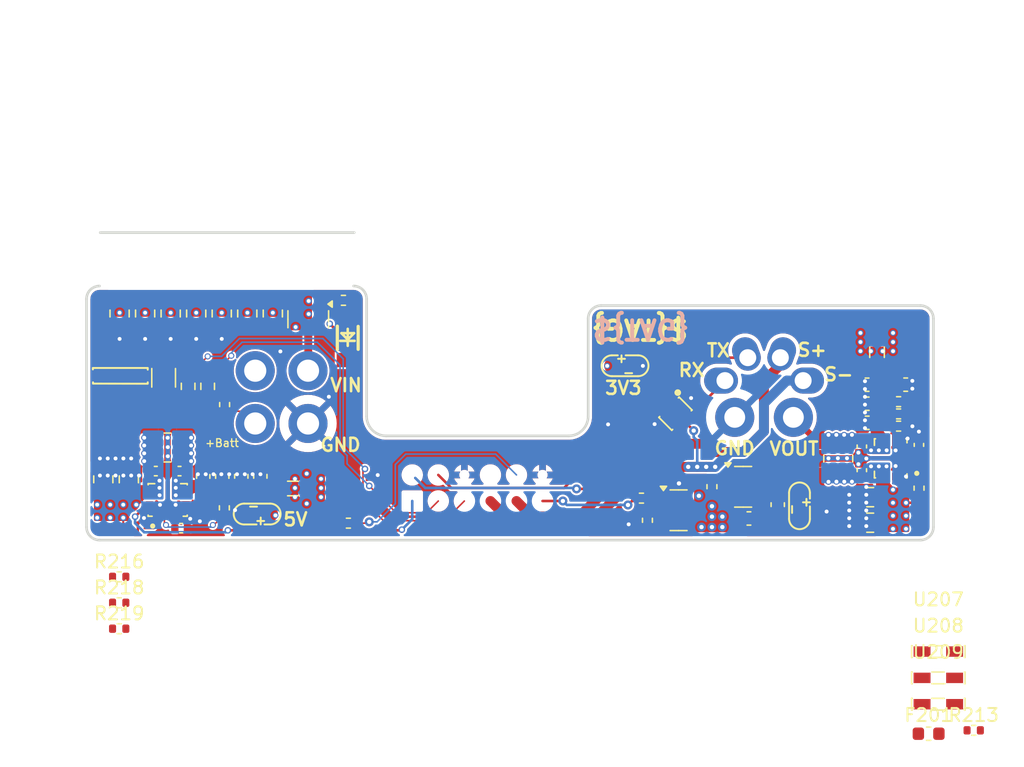
<source format=kicad_pcb>
(kicad_pcb (version 20240108) (generator "pcbnew") (generator_version "8.0")
  (layers (0 "F.Cu" signal "Front") (1 "In1.Cu" signal) (2 "In2.Cu" signal) (3 "In3.Cu" signal) (4 "In4.Cu" signal) (31 "B.Cu" signal "Back") (34 "B.Paste" user) (35 "F.Paste" user) (36 "B.SilkS" user "B.Silkscreen") (37 "F.SilkS" user "F.Silkscreen") (38 "B.Mask" user) (39 "F.Mask" user) (44 "Edge.Cuts" user))
  (net 0 "")
  (net 1 "GND")
  (net 2 "/Ch_GND")
  (net 3 "+3V3")
  (net 4 "+5V")
  (net 5 "VCC")
  (net 6 "/3V3_PHY")
  (net 7 "/3V3_L1")
  (net 8 "/3V3_L2")
  (net 9 "5V_EN")
  (net 10 "/VIN_PHY")
  (net 11 "SPEAKER_+")
  (net 12 "SPEAKER_-")
  (net 13 "OUT_TX")
  (net 14 "OUT_RX")
  (net 15 "VOUT")
  (net 16 "BATTERY_LV")
  (net 17 "BATTERY_HV")
  (net 18 "EN_PERIPH_POWER")
  (net 19 "/5V_PHY")
  (net 20 "/5V_L2")
  (net 21 "/5V_L1")
  (net 22 "Net-(U201-Vaux)")
  (net 23 "Net-(U202-Vaux)")
  (net 24 "Net-(D201-A)")
  (net 26 "Net-(Q202-G)")
  (net 27 "Net-(Q203-G)")
  (net 28 "Net-(U201-EN)")
  (net 29 "Net-(Q202-D)")
  (net 30 "/3V3_FB")
  (net 31 "/3V3_PG")
  (net 32 "POWER_SAVE_EN")
  (net 33 "/5V_PG")
  (net 34 "/BATT")
  (net 35 "/BATT_PHY")
  (net 36 "Net-(Q201-D)")
  (net 37 "Net-(R216-Pad2)")
  (net 38 "Net-(U202-FB)")
  (footprint "Capacitor_SMD:C_0603_1608Metric" (layer "F.Cu") (at 29.915 -6.465 180)
    (property "Reference" "C215" (hide yes))
    (property "Value" "22uF")
  )
  (footprint "cacophony-library:test-point-2p" (layer "F.Cu") (at -16.9 2)
    (property "Reference" "TP203" (hide yes))
    (property "Value" "TestPoint_2Pole")
  )
  (footprint "Capacitor_SMD:C_0603_1608Metric" (layer "F.Cu") (at 23.05 1.28 -90)
    (property "Reference" "C209" (hide yes))
    (property "Value" "10uF")
  )
  (footprint "Capacitor_SMD:C_0805_2012Metric" (layer "F.Cu") (at -23.54 -13.39 -90)
    (property "Reference" "C204" (hide yes))
    (property "Value" "22uF")
  )
  (footprint "cacophony-library:jcon-2+4pin-m16" (layer "F.Cu") (at 22 -7)
    (property "Reference" "J202" (hide yes))
    (property "Value" "JCON_M16_2+4Pin")
  )
  (footprint "Resistor_SMD:R_0402_1005Metric" (layer "F.Cu") (at 18 -0.1 -90)
    (property "Reference" "R204" (hide yes))
    (property "Value" "100k")
  )
  (footprint "cacophony-library:TPS63070" (layer "F.Cu") (at -23.77 0.92 90)
    (property "Reference" "U202" (hide yes))
    (property "Value" "TPS63071")
  )
  (footprint "cacophony-library:jcon-4pin_m16" (layer "F.Cu") (at -15.025 -6.975 90)
    (property "Reference" "J201" (hide yes))
    (property "Value" "JCON_M16_04Pin")
  )
  (footprint "Capacitor_SMD:C_0603_1608Metric" (layer "F.Cu") (at -19.58 -0.885 90)
    (property "Reference" "C224" (hide yes))
    (property "Value" "22uF")
  )
  (footprint "Resistor_SMD:R_0402_1005Metric" (layer "F.Cu") (at -27.49 10.8)
    (property "Reference" "R219")
    (property "Value" "100k")
  )
  (footprint "cacophony-library:LL-34_L3.5-W1.5-RD" (layer "F.Cu") (at -9.95 -11.52 90)
    (property "Reference" "D201" (hide yes))
    (property "Value" "D_Zener")
  )
  (footprint "Resistor_SMD:R_0603_1608Metric" (layer "F.Cu") (at -20.7 -7.8 90)
    (property "Reference" "R202" (hide yes))
    (property "Value" "1M")
  )
  (footprint "Capacitor_SMD:C_0603_1608Metric" (layer "F.Cu") (at 20.84 2.34)
    (property "Reference" "C208" (hide yes))
    (property "Value" "10uF")
  )
  (footprint "cacophony-library:test-point-2p" (layer "F.Cu") (at 11.33 -9.38 180)
    (property "Reference" "TP202" (hide yes))
    (property "Value" "TestPoint_2Pole")
  )
  (footprint "Resistor_SMD:R_0402_1005Metric" (layer "F.Cu") (at 33.895 0.015 90)
    (property "Reference" "R208" (hide yes))
    (property "Value" "10k")
  )
  (footprint "Capacitor_SMD:C_0603_1608Metric" (layer "F.Cu") (at 32.87 -7.93)
    (property "Reference" "C217" (hide yes))
    (property "Value" "22uF")
  )
  (footprint "Capacitor_SMD:C_0805_2012Metric" (layer "F.Cu") (at 30.145 2.665 180)
    (property "Reference" "C210" (hide yes))
    (property "Value" "22uF")
  )
  (footprint "PCM_kikit:Tab" (layer "F.Cu") (at 35.3 -5 180)
    (property "Reference" "REF**" (hide yes))
    (property "Value" "Tab")
  )
  (footprint "Inductor_SMD:L_0805_2012Metric" (layer "F.Cu") (at 30.67 -10.42 90)
    (property "Reference" "FB201" (hide yes))
    (property "Value" "FerriteBead")
  )
  (footprint "PCM_kikit:Tab" (layer "F.Cu") (at 19 4.3 90)
    (property "Reference" "REF**" (hide yes))
    (property "Value" "Tab")
  )
  (footprint "cacophony-library:CONN-SMD_L3.9-W0.8" (layer "F.Cu") (at 35.375 16.595)
    (property "Reference" "U209")
    (property "Value" "ICSRC3908SFR")
  )
  (footprint "cacophony-library:CONN-SMD_L3.9-W0.8" (layer "F.Cu") (at 35.375 14.575)
    (property "Reference" "U208")
    (property "Value" "ICSRC3908SFR")
  )
  (footprint "Resistor_SMD:R_0402_1005Metric" (layer "F.Cu") (at 13.05 2.48 90)
    (property "Reference" "R206" (hide yes))
    (property "Value" "100k")
  )
  (footprint "Capacitor_SMD:C_1206_3216Metric" (layer "F.Cu") (at -24.08 -8.455 90)
    (property "Reference" "C228" (hide yes))
    (property "Value" "1uF")
  )
  (footprint "PCM_kikit:Tab" (layer "F.Cu") (at -30.29 -6.1)
    (property "Reference" "REF**" (hide yes))
    (property "Value" "Tab")
  )
  (footprint "Capacitor_SMD:C_0402_1005Metric" (layer "F.Cu") (at 29.505 -3.185 -90)
    (property "Reference" "C213" (hide yes))
    (property "Value" "10uF")
  )
  (footprint "Inductor_SMD:L_1008_2520Metric" (layer "F.Cu") (at 27.695 -2.26 90)
    (property "Reference" "L201" (hide yes))
    (property "Value" "1.5uH")
  )
  (footprint "Capacitor_SMD:C_0805_2012Metric" (layer "F.Cu") (at -15.7 -13.39 -90)
    (property "Reference" "C201" (hide yes))
    (property "Value" "22uF")
  )
  (footprint "PCM_kikit:Tab" (layer "F.Cu") (at -1 4.3 90)
    (property "Reference" "REF**" (hide yes))
    (property "Value" "Tab")
  )
  (footprint "Capacitor_SMD:C_0402_1005Metric" (layer "F.Cu") (at -22.74 3.085)
    (property "Reference" "C227" (hide yes))
    (property "Value" "100nF")
  )
  (footprint "Package_TO_SOT_SMD:SOT-23" (layer "F.Cu") (at 15.44 1.71)
    (property "Reference" "Q203" (hide yes))
    (property "Value" "AO3400A")
  )
  (footprint "Fuse:Fuse_0603_1608Metric" (layer "F.Cu") (at 34.63 18.86)
    (property "Reference" "F201")
    (property "Value" "2A")
  )
  (footprint "Capacitor_SMD:C_0805_2012Metric" (layer "F.Cu") (at -28.71 -0.665 90)
    (property "Reference" "C219" (hide yes))
    (property "Value" "22uF")
  )
  (footprint "Resistor_SMD:R_0402_1005Metric" (layer "F.Cu") (at 12.59 0.78)
    (property "Reference" "R205" (hide yes))
    (property "Value" "1k")
  )
  (footprint "Resistor_SMD:R_0402_1005Metric" (layer "F.Cu") (at -9.9 2.7 180)
    (property "Reference" "R211" (hide yes))
    (property "Value" "100k")
  )
  (footprint "Capacitor_SMD:C_0805_2012Metric" (layer "F.Cu") (at 30.145 0.705 180)
    (property "Reference" "C211" (hide yes))
    (property "Value" "22uF")
  )
  (footprint "Resistor_SMD:R_0402_1005Metric" (layer "F.Cu") (at 32.325 -5.685)
    (property "Reference" "R207" (hide yes))
    (property "Value" "470k")
  )
  (footprint "Capacitor_SMD:C_0805_2012Metric" (layer "F.Cu") (at -26.75 -0.665 90)
    (property "Reference" "C220" (hide yes))
    (property "Value" "22uF")
  )
  (footprint "Capacitor_SMD:C_0805_2012Metric" (layer "F.Cu") (at -21.58 -13.39 -90)
    (property "Reference" "C203" (hide yes))
    (property "Value" "22uF")
  )
  (footprint "Resistor_SMD:R_0402_1005Metric" (layer "F.Cu") (at -27.49 8.81)
    (property "Reference" "R218")
    (property "Value" "68k")
  )
  (footprint "cacophony-library:test-point-2p" (layer "F.Cu") (at 24.72 1.37 90)
    (property "Reference" "TP201" (hide yes))
    (property "Value" "TestPoint_2Pole")
  )
  (footprint "Capacitor_SMD:C_0805_2012Metric" (layer "F.Cu") (at -19.62 -13.39 -90)
    (property "Reference" "C202" (hide yes))
    (property "Value" "22uF")
  )
  (footprint "Capacitor_SMD:C_0805_2012Metric" (layer "F.Cu") (at -17.66 -13.39 -90)
    (property "Reference" "C206" (hide yes))
    (property "Value" "22uF")
  )
  (footprint "PCM_kikit:Tab" (layer "F.Cu") (at 15.17 -14.3 -90)
    (property "Reference" "REF**" (hide yes))
    (property "Value" "Tab")
  )
  (footprint "PCM_kikit:Tab" (layer "F.Cu") (at -18 4.3 90)
    (property "Reference" "REF**" (hide yes))
    (property "Value" "Tab")
  )
  (footprint "Capacitor_SMD:C_0805_2012Metric" (layer "F.Cu") (at -27.46 -13.39 -90)
    (property "Reference" "C207" (hide yes))
    (property "Value" "22uF")
  )
  (footprint "Package_TO_SOT_SMD:SOT-23" (layer "F.Cu") (at -12.98 -12.95 -90)
    (property "Reference" "Q201" (hide yes))
    (property "Value" "Q_PMOS_GSD")
  )
  (footprint "cacophony-library:CONN-SMD_L3.9-W0.8" (layer "F.Cu") (at -27.4 -8.6)
    (property "Reference" "U203" (hide yes))
    (property "Value" "ICSRC3908SFR")
  )
  (footprint "Resistor_SMD:R_0402_1005Metric" (layer "F.Cu") (at -19.4 -6.4 -90)
    (property "Reference" "R217" (hide yes))
    (property "Value" "180R")
  )
  (footprint "Resistor_SMD:R_0402_1005Metric" (layer "F.Cu") (at -10.28 -14.4)
    (property "Reference" "R201" (hide yes))
    (property "Value" "100k")
  )
  (footprint "Resistor_SMD:R_0402_1005Metric" (layer "F.Cu") (at -27.49 6.82)
    (property "Reference" "R216")
    (property "Value" "470k")
  )
  (footprint "Inductor_SMD:L_0805_2012Metric" (layer "F.Cu") (at -14.1675 0.04)
    (property "Reference" "FB202" (hide yes))
    (property "Value" "FerriteBead")
  )
  (footprint "Resistor_SMD:R_0603_1608Metric" (layer "F.Cu") (at -22.2 -7.8 90)
    (property "Reference" "R203" (hide yes))
    (property "Value" "1M")
  )
  (footprint "Resistor_SMD:R_0402_1005Metric" (layer "F.Cu") (at 38.09 18.6)
    (property "Reference" "R213")
    (property "Value" "100k")
  )
  (footprint "cacophony-library:TPS63070" (layer "F.Cu") (at 31.72 -2.275 180)
    (property "Reference" "U201" (hide yes))
    (property "Value" "TPS63070RNMR")
  )
  (footprint "cacophony-library:SOT-363_L2.0-W1.3-P0.65-LS2.1-BR" (layer "F.Cu") (at 15.2 -5.7 135)
    (property "Reference" "D202" (hide yes))
    (property "Value" "SMF05CT1G")
  )
  (footprint "Capacitor_SMD:C_0402_1005Metric" (layer "F.Cu") (at -24.68 -1.295)
    (property "Reference" "C221" (hide yes))
    (property "Value" "2.2uF")
  )
  (footprint "Capacitor_SMD:C_0402_1005Metric" (layer "F.Cu") (at -22.86 -1.295 180)
    (property "Reference" "C222" (hide yes))
    (property "Value" "10uF")
  )
  (footprint "Capacitor_SMD:C_0603_1608Metric" (layer "F.Cu") (at -21.04 -0.885 90)
    (property "Reference" "C223" (hide yes))
    (property "Value" "22uF")
  )
  (footprint "Capacitor_SMD:C_0402_1005Metric" (layer "F.Cu") (at 29.505 -1.365 90)
    (property "Reference" "C212" (hide yes))
    (property "Value" "2.2uF")
  )
  (footprint "Capacitor_SMD:C_0603_1608Metric" (layer "F.Cu") (at -18.12 -0.895 90)
    (property "Reference" "C225" (hide yes))
    (property "Value" "22uF")
  )
  (footprint "Package_TO_SOT_SMD:SOT-23" (layer "F.Cu") (at 20.395 -0.09)
    (property "Reference" "Q202" (hide yes))
    (property "Value" "Q_PMOS_GSD")
  )
  (footprint "Resistor_SMD:R_0402_1005Metric" (layer "F.Cu") (at 32.325 -6.625)
    (property "Reference" "R210" (hide yes))
    (property "Value" "100k")
  )
  (footprint "Inductor_SMD:L_1008_2520Metric" (layer "F.Cu") (at -23.785 -3.105)
    (property "Reference" "L202" (hide yes))
    (property "Value" "1.5uH")
  )
  (footprint "Capacitor_SMD:C_0603_1608Metric" (layer "F.Cu") (at 29.905 -7.925 180)
    (property "Reference" "C216" (hide yes))
    (property "Value" "22uF")
  )
  (footprint "cacophony-library:CONN-SMD_L3.9-W0.8" (layer "F.Cu") (at 35.375 12.555)
    (property "Reference" "U207")
    (property "Value" "ICSRC3908SFR")
  )
  (footprint "Capacitor_SMD:C_0603_1608Metric" (layer "F.Cu") (at -16.66 -0.895 90)
    (property "Reference" "C226" (hide yes))
    (property "Value" "22uF")
  )
  (footprint "Capacitor_SMD:C_0805_2012Metric" (layer "F.Cu") (at -25.5 -13.39 -90)
    (property "Reference" "C205" (hide yes))
    (property "Value" "22uF")
  )
  (footprint "Resistor_SMD:R_0402_1005Metric" (layer "F.Cu") (at -19.42 1.525 -90)
    (property "Reference" "R215" (hide yes))
    (property "Value" "100k")
  )
  (footprint "Capacitor_SMD:C_0402_1005Metric" (layer "F.Cu") (at 33.885 -3.305 90)
    (property "Reference" "C218" (hide yes))
    (property "Value" "100nF")
  )
  (footprint "Resistor_SMD:R_0402_1005Metric" (layer "F.Cu") (at 32.325 -4.745)
    (property "Reference" "R209" (hide yes))
    (property "Value" "150k")
  )
  (footprint "PCM_kikit:Tab" (layer "F.Cu") (at -17.711 -15.5 -90)
    (property "Reference" "REF**" (hide yes))
    (property "Value" "Tab")
  )
  (footprint "Capacitor_SMD:C_0603_1608Metric" (layer "F.Cu") (at 29.915 -5.005 180)
    (property "Reference" "C214" (hide yes))
    (property "Value" "22uF")
  )
  (gr_line (start -28.95 -19.6) (end -9.45 -19.6) (stroke (width 0.2)) (layer "Edge.Cuts"))
  (gr_line (start 35 -13) (end 35 3) (stroke (width 0.2)) (layer "Edge.Cuts"))
  (gr_arc (start 8.5 -5.5) (mid 8.06066 -4.43934) (end 7 -4) (stroke (width 0.2)) (layer "Edge.Cuts"))
  (gr_line (start -30 3) (end -30 -14.5) (stroke (width 0.2)) (layer "Edge.Cuts"))
  (gr_arc (start -30 -14.5) (mid -29.707107 -15.207107) (end -29 -15.5) (stroke (width 0.2)) (layer "Edge.Cuts"))
  (gr_line (start 34 4) (end -29 4) (stroke (width 0.2)) (layer "Edge.Cuts"))
  (gr_line (start -7 -4) (end 7 -4) (stroke (width 0.2)) (layer "Edge.Cuts"))
  (gr_arc (start -29 4) (mid -29.707107 3.707107) (end -30 3) (stroke (width 0.2)) (layer "Edge.Cuts"))
  (gr_arc (start 35 3) (mid 34.707107 3.707107) (end 34 4) (stroke (width 0.2)) (layer "Edge.Cuts"))
  (gr_arc (start -9.5 -15.5) (mid -8.792893 -15.207107) (end -8.5 -14.5) (stroke (width 0.2)) (layer "Edge.Cuts"))
  (gr_line (start 9.5 -14) (end 34 -14) (stroke (width 0.2)) (layer "Edge.Cuts"))
  (gr_line (start 8.5 -5.5) (end 8.5 -13) (stroke (width 0.2)) (layer "Edge.Cuts"))
  (gr_line (start -8.5 -14.5) (end -8.5 -5.5) (stroke (width 0.2)) (layer "Edge.Cuts"))
  (gr_arc (start -7 -4) (mid -8.06066 -4.43934) (end -8.5 -5.5) (stroke (width 0.2)) (layer "Edge.Cuts"))
  (gr_arc (start 8.5 -13) (mid 8.792893 -13.707107) (end 9.5 -14) (stroke (width 0.2)) (layer "Edge.Cuts"))
  (gr_arc (start 34 -14) (mid 34.707107 -13.707107) (end 35 -13) (stroke (width 0.2)) (layer "Edge.Cuts"))
  (gr_text "${TAG}" (at 8.68 -13.07 180) (layer "B.SilkS") (effects (font (size 1.5 1.5) (thickness 0.3) (bold yes)) (justify left bottom mirror)))
  (gr_text "S-\n" (at 26.5 -8.13 0) (layer "F.SilkS") (effects (font (size 1 1) (thickness 0.2) (bold yes)) (justify left bottom)))
  (gr_text "${TAG}" (at 8.58 -13.06 180) (layer "F.SilkS") (effects (font (size 1.5 1.5) (thickness 0.3) (bold yes)) (justify right bottom)))
  (gr_text "GND" (at 18.09 -2.46 0) (layer "F.SilkS") (effects (font (size 1 1) (thickness 0.2) (bold yes)) (justify left bottom)))
  (gr_text "TX" (at 17.5 -9.97 0) (layer "F.SilkS") (effects (font (size 1 1) (thickness 0.2) (bold yes)) (justify left bottom)))
  (gr_text "+Batt" (at -20.95 -3.1 0) (layer "F.SilkS") (effects (font (size 0.6 0.6) (thickness 0.1) (bold yes)) (justify left bottom)))
  (gr_text "GND" (at -12.16 -2.72 0) (layer "F.SilkS") (effects (font (size 1 1) (thickness 0.2) (bold yes)) (justify left bottom)))
  (gr_text "VOUT" (at 22.31 -2.43 0) (layer "F.SilkS") (effects (font (size 1 1) (thickness 0.2) (bold yes)) (justify left bottom)))
  (gr_text "VIN" (at -11.4 -7.3 0) (layer "F.SilkS") (effects (font (size 1 1) (thickness 0.2) (bold yes)) (justify left bottom)))
  (gr_text "5V" (at -15 3 0) (layer "F.SilkS") (effects (font (size 1 1) (thickness 0.2) (bold yes)) (justify left bottom)))
  (gr_text "3V3" (at 9.69 -7.09 0) (layer "F.SilkS") (effects (font (size 1 1) (thickness 0.2) (bold yes)) (justify left bottom)))
  (gr_text "S+" (at 24.46 -10.01 0) (layer "F.SilkS") (effects (font (size 1 1) (thickness 0.2) (bold yes)) (justify left bottom)))
  (gr_text "RX" (at 15.33 -8.46 0) (layer "F.SilkS") (effects (font (size 1 1) (thickness 0.2) (bold yes)) (justify left bottom)))
  (segment (start -25.17 1.885) (end -25.59 2.305) (width 0.2) (layer "F.Cu") (net 1))
  (segment (start 32.87 -3.025) (end 32.87 -3.37) (width 0.15) (layer "F.Cu") (net 1))
  (segment (start -25.17 1.645) (end -25.17 1.885) (width 0.2) (layer "F.Cu") (net 1))
  (segment (start -21.3 2.035) (end -21.3 2.555002) (width 0.15) (layer "F.Cu") (net 1))
  (segment (start 31.945 -3.035) (end 32.095 -2.885) (width 0.15) (layer "F.Cu") (net 1))
  (segment (start 32.87 -3.37) (end 33.015 -3.515) (width 0.15) (layer "F.Cu") (net 1))
  (segment (start 32.885 -0.875) (end 32.895 -0.885) (width 0.15) (layer "F.Cu") (net 1))
  (segment (start 32.445 -0.875) (end 32.885 -0.875) (width 0.15) (layer "F.Cu") (net 1))
  (segment (start 33.015 -3.515) (end 33.015 -3.795) (width 0.15) (layer "F.Cu") (net 1))
  (segment (start 14.563604 -6.336396) (end 14.9 -6) (width 0.4) (layer "F.Cu") (net 1))
  (segment (start 32.835 -4.745) (end 33.374998 -4.745) (width 0.15) (layer "F.Cu") (net 1))
  (segment (start -23.01 1.145) (end -23.16 1.295) (width 0.15) (layer "F.Cu") (net 1))
  (segment (start -22.37 1.145) (end -23.01 1.145) (width 0.15) (layer "F.Cu") (net 1))
  (segment (start 31.945 -3.675) (end 31.945 -3.035) (width 0.15) (layer "F.Cu") (net 1))
  (segment (start -22.325 2.07) (end -22.04 2.355) (width 0.15) (layer "F.Cu") (net 1))
  (segment (start 14.9 -6) (end 15 -5.9) (width 0.4) (layer "F.Cu") (net 1))
  (segment (start -22.04 2.355) (end -22.04 2.365) (width 0.15) (layer "F.Cu") (net 1))
  (segment (start -23.02 2.07) (end -22.325 2.07) (width 0.15) (layer "F.Cu") (net 1))
  (segment (start -22.26 2.585) (end -22.04 2.365) (width 0.2) (layer "F.Cu") (net 1))
  (segment (start 33.885 -3.785) (end 33.885 -4.325) (width 0.15) (layer "F.Cu") (net 1))
  (segment (start 33.374998 -4.745) (end 33.384998 -4.735) (width 0.15) (layer "F.Cu") (net 1))
  (segment (start -22.26 3.085) (end -22.26 2.585) (width 0.2) (layer "F.Cu") (net 1))
  (via (at -11.4 -7) (size 0.46) (drill 0.3) (layers "F.Cu" "B.Cu") (net 1))
  (via (at 33.38 -7.62) (size 0.46) (drill 0.3) (layers "F.Cu" "B.Cu") (net 1))
  (via (at 33.015 -3.795) (size 0.5) (drill 0.3) (layers "F.Cu" "B.Cu") (net 1))
  (via (at -25.5 -11.44) (size 0.5) (drill 0.3) (layers "F.Cu" "B.Cu") (net 1))
  (via (at 29.745 -6.395) (size 0.46) (drill 0.3) (layers "F.Cu" "B.Cu") (net 1))
  (via (at -21.45 -1.055) (size 0.46) (drill 0.3) (layers "F.Cu" "B.Cu") (net 1))
  (via (at -21.58 -11.44) (size 0.5) (drill 0.3) (layers "F.Cu" "B.Cu") (net 1))
  (via (at -27.46 -11.44) (size 0.5) (drill 0.3) (layers "F.Cu" "B.Cu") (net 1))
  (via (at 10.03 -4.88) (size 0.5) (drill 0.3) (layers "F.Cu" "B.Cu") (net 1))
  (via (at -28.37 -2.265) (size 0.46) (drill 0.3) (layers "F.Cu" "B.Cu") (net 1))
  (via (at 29.745 -5.795) (size 0.46) (drill 0.3) (layers "F.Cu" "B.Cu") (net 1))
  (via (at -17.25 -1.055) (size 0.46) (drill 0.3) (layers "F.Cu" "B.Cu") (net 1))
  (via (at 16.4 -6.9) (size 0.5) (drill 0.3) (layers "F.Cu" "B.Cu") (net 1))
  (via (at -24.36 1.295) (size 0.46) (drill 0.3) (layers "F.Cu" "B.Cu") (net 1))
  (via (at -23.77 -3.855) (size 0.46) (drill 0.3) (layers "F.Cu" "B.Cu") (net 1))
  (via (at -26.57 -0.955) (size 0.46) (drill 0.3) (layers "F.Cu" "B.Cu") (net 1))
  (via (at 28.365 -2.285) (size 0.46) (drill 0.3) (layers "F.Cu" "B.Cu") (net 1))
  (via (at 26.945 -2.275) (size 0.46) (drill 0.3) (layers "F.Cu" "B.Cu") (net 1))
  (via (at -20.85 -1.055) (size 0.46) (drill 0.3) (layers "F.Cu" "B.Cu") (net 1))
  (via (at 33.384998 -4.735) (size 0.5) (drill 0.3) (layers "F.Cu" "B.Cu") (net 1))
  (via (at -21.3 2.555002) (size 0.5) (drill 0.3) (layers "F.Cu" "B.Cu") (net 1))
  (via (at -20.25 -1.055) (size 0.46) (drill 0.3) (layers "F.Cu" "B.Cu") (net 1))
  (via (at 29.845 1.725) (size 0.46) (drill 0.3) (layers "F.Cu" "B.Cu") (net 1))
  (via (at 13.6 -4.9) (size 0.5) (drill 0.3) (layers "F.Cu" "B.Cu") (net 1))
  (via (at -19.65 -1.055) (size 0.46) (drill 0.3) (layers "F.Cu" "B.Cu") (net 1))
  (via (at 29.745 -8.195) (size 0.46) (drill 0.3) (layers "F.Cu" "B.Cu") (net 1))
  (via (at 12.7 -9.37) (size 0.46) (drill 0.3) (layers "F.Cu" "B.Cu") (net 1))
  (via (at 28.535 1.725) (size 0.46) (drill 0.3) (layers "F.Cu" "B.Cu") (net 1))
  (via (at 29.745 -5.195) (size 0.46) (drill 0.3) (layers "F.Cu" "B.Cu") (net 1))
  (via (at -18.6 1.7) (size 0.5) (drill 0.3) (layers "F.Cu" "B.Cu") (net 1))
  (via (at 29.85 -2.26) (size 0.46) (drill 0.3) (layers "F.Cu" "B.Cu") (net 1))
  (via (at -28.97 -0.955) (size 0.46) (drill 0.3) (layers "F.Cu" "B.Cu") (net 1))
  (via (at -17.85 -1.055) (size 0.46) (drill 0.3) (layers "F.Cu" "B.Cu") (net 1))
  (via (at 29.845 1.125) (size 0.46) (drill 0.3) (layers "F.Cu" "B.Cu") (net 1))
  (via (at -27.77 -2.265) (size 0.46) (drill 0.3) (layers "F.Cu" "B.Cu") (net 1))
  (via (at -28.37 -0.955) (size 0.46) (drill 0.3) (layers "F.Cu" "B.Cu") (net 1))
  (via (at -25.59 2.305) (size 0.5) (drill 0.3) (layers "F.Cu" "B.Cu") (net 1))
  (via (at 11.61 2.79) (size 0.5) (drill 0.3) (layers "F.Cu" "B.Cu") (net 1))
  (via (at 32.895 -0.885) (size 0.5) (drill 0.3) (layers "F.Cu" "B.Cu") (net 1))
  (via (at 29.745 -4.595) (size 0.46) (drill 0.3) (layers "F.Cu" "B.Cu") (net 1))
  (via (at 29.24 -1.83) (size 0.46) (drill 0.3) (layers "F.Cu" "B.Cu") (net 1))
  (via (at 33.885 -4.325) (size 0.5) (drill 0.3) (layers "F.Cu" "B.Cu") (net 1))
  (via (at 29.845 2.925) (size 0.46) (drill 0.3) (layers "F.Cu" "B.Cu") (net 1))
  (via (at -26.57 -2.265) (size 0.46) (drill 0.3) (layers "F.Cu" "B.Cu") (net 1))
  (via (at 27.665 -2.285) (size 0.46) (drill 0.3) (layers "F.Cu" "B.Cu") (net 1))
  (via (at -16.65 -1.055) (size 0.46) (drill 0.3) (layers "F.Cu" "B.Cu") (net 1))
  (via (at -23.76 -3.135) (size 0.46) (drill 0.3) (layers "F.Cu" "B.Cu") (net 1))
  (via (at 29.24 -2.71) (size 0.46) (drill 0.3) (layers "F.Cu" "B.Cu") (net 1))
  (via (at 33.38 -8.22) (size 0.46) (drill 0.3) (layers "F.Cu" "B.Cu") (net 1))
  (via (at 29.845 2.325) (size 0.46) (drill 0.3) (layers "F.Cu" "B.Cu") (net 1))
  (via (at 29.845 -0.075) (size 0.46) (drill 0.3) (layers "F.Cu" "B.Cu") (net 1))
  (via (at -15.12 -10.48) (size 0.46) (drill 0.3) (layers "F.Cu" "B.Cu") (net 1))
  (via (at 29.745 -7.595) (size 0.46) (drill 0.3) (layers "F.Cu" "B.Cu") (net 1))
  (via (at 32.095 -2.885) (size 0.46) (drill 0.3) (layers "F.Cu" "B.Cu") (net 1))
  (via (at -19.62 -11.44) (size 0.5) (drill 0.3) (layers "F.Cu" "B.Cu") (net 1))
  (via (at -25.97 -0.955) (size 0.46) (drill 0.3) (layers "F.Cu" "B.Cu") (net 1))
  (via (at -23.16 1.295) (size 0.46) (drill 0.3) (layers "F.Cu" "B.Cu") (net 1))
  (via (at 26.8 1.81) (size 0.5) (drill 0.3) (layers "F.Cu" "B.Cu") (net 1))
  (via (at -23.54 -11.44) (size 0.5) (drill 0.3) (layers "F.Cu" "B.Cu") (net 1))
  (via (at -18.45 -1.055) (size 0.46) (drill 0.3) (layers "F.Cu" "B.Cu") (net 1))
  (via (at 15.47 -0.35) (size 0.6858) (drill 0.3302) (layers "F.Cu" "B.Cu") (net 1))
  (via (at 29.845 0.525) (size 0.46) (drill 0.3) (layers "F.Cu" "B.Cu") (net 1))
  (via (at -27.17 -2.265) (size 0.46) (drill 0.3) (layers "F.Cu" "B.Cu") (net 1))
  (via (at 28.535 0.525) (size 0.46) (drill 0.3) (layers "F.Cu" "B.Cu") (net 1))
  (via (at -22.04 2.365) (size 0.5) (drill 0.3) (layers "F.Cu" "B.Cu") (net 1))
  (via (at -28.97 -2.265) (size 0.46) (drill 0.3) (layers "F.Cu" "B.Cu") (net 1))
  (via (at 32.095 -1.685) (size 0.46) (drill 0.3) (layers "F.Cu" "B.Cu") (net 1))
  (via (at -19.05 -1.055) (size 0.46) (drill 0.3) (layers "F.Cu" "B.Cu") (net 1))
  (via (at 29.745 -6.995) (size 0.46) (drill 0.3) (layers "F.Cu" "B.Cu") (net 1))
  (via (at -23.76 -2.435) (size 0.46) (drill 0.3) (layers "F.Cu" "B.Cu") (net 1))
  (via (at 28.535 2.325) (size 0.46) (drill 0.3) (layers "F.Cu" "B.Cu") (net 1))
  (via (at 28.535 1.125) (size 0.46) (drill 0.3) (layers "F.Cu" "B.Cu") (net 1))
  (via (at -27.17 -0.955) (size 0.46) (drill 0.3) (layers "F.Cu" "B.Cu") (net 1))
  (via (at -7.65 -0.99) (size 0.46) (drill 0.3) (layers "F.Cu" "B.Cu") (net 1))
  (via (at -27.77 -0.955) (size 0.46) (drill 0.3) (layers "F.Cu" "B.Cu") (net 1))
  (via (at 28.535 2.925) (size 0.46) (drill 0.3) (layers "F.Cu" "B.Cu") (net 1))
  (segment (start -8.4 2.7) (end -8.3 2.6) (width 0.12) (layer "F.Cu") (net 3))
  (segment (start -9.39 2.7) (end -8.4 2.7) (width 0.12) (layer "F.Cu") (net 3))
  (via (at 30.2 -10.5) (size 0.46) (drill 0.3) (layers "F.Cu" "B.Cu") (net 3))
  (via (at 31.1 -10.5) (size 0.46) (drill 0.3) (layers "F.Cu" "B.Cu") (net 3))
  (via (at 29.4 -11.2) (size 0.46) (drill 0.3) (layers "F.Cu" "B.Cu") (net 3))
  (via (at 29.4 -10.5) (size 0.46) (drill 0.3) (layers "F.Cu" "B.Cu") (net 3))
  (via (at 31.9 -10.5) (size 0.46) (drill 0.3) (layers "F.Cu" "B.Cu") (net 3))
  (via (at 29.4 -11.9) (size 0.46) (drill 0.3) (layers "F.Cu" "B.Cu") (net 3))
  (via (at -8.3 2.6) (size 0.6858) (drill 0.3302) (layers "F.Cu" "B.Cu") (net 3))
  (via (at 31.9 -11.2) (size 0.46) (drill 0.3) (layers "F.Cu" "B.Cu") (net 3))
  (via (at 31.9 -11.9) (size 0.46) (drill 0.3) (layers "F.Cu" "B.Cu") (net 3))
  (via (at 9.96 -9.37) (size 0.46) (drill 0.3) (layers "F.Cu" "B.Cu") (net 3))
  (segment (start -6.3 1.2) (end -6.3 -1.8) (width 0.12) (layer "B.Cu") (net 3))
  (segment (start -8.3 2.6) (end -7.7 2.6) (width 0.12) (layer "B.Cu") (net 3))
  (segment (start -7.7 2.6) (end -6.3 1.2) (width 0.12) (layer "B.Cu") (net 3))
  (segment (start -5.5 -2.6) (end 1.4 -2.6) (width 0.12) (layer "B.Cu") (net 3))
  (segment (start -6.3 -1.8) (end -5.5 -2.6) (width 0.12) (layer "B.Cu") (net 3))
  (segment (start 1.4 -2.6) (end 3 -1) (width 0.12) (layer "B.Cu") (net 3))
  (via (at -14 0.7) (size 0.46) (drill 0.3) (layers "F.Cu" "B.Cu") (net 4))
  (via (at -14 0) (size 0.46) (drill 0.3) (layers "F.Cu" "B.Cu") (net 4))
  (via (at -14 -0.7) (size 0.46) (drill 0.3) (layers "F.Cu" "B.Cu") (net 4))
  (via (at -15.5 2.1) (size 0.46) (drill 0.3) (layers "F.Cu" "B.Cu") (net 4))
  (via (at -12 0.7) (size 0.46) (drill 0.3) (layers "F.Cu" "B.Cu") (net 4))
  (via (at -12 -0.7) (size 0.46) (drill 0.3) (layers "F.Cu" "B.Cu") (net 4))
  (via (at -12 0) (size 0.46) (drill 0.3) (layers "F.Cu" "B.Cu") (net 4))
  (via (at -13.1 1.2) (size 0.46) (drill 0.3) (layers "F.Cu" "B.Cu") (net 4))
  (via (at -13.1 -1.1) (size 0.46) (drill 0.3) (layers "F.Cu" "B.Cu") (net 4))
  (segment (start -9.95 -11.22) (end -11.33 -12.6) (width 0.2) (layer "F.Cu") (net 5))
  (segment (start 33.895 0.525) (end 33.895 0.865) (width 0.2) (layer "F.Cu") (net 5))
  (segment (start -27.18 2.855) (end -27.18 2.285) (width 0.15) (layer "F.Cu") (net 5))
  (segment (start -26.94 3.095) (end -27.18 2.855) (width 0.15) (layer "F.Cu") (net 5))
  (segment (start 33.625 1.135) (end 32.895 1.135) (width 0.2) (layer "F.Cu") (net 5))
  (segment (start 33.895 0.865) (end 33.625 1.135) (width 0.2) (layer "F.Cu") (net 5))
  (segment (start -9.95 -9.82) (end -9.95 -11.22) (width 0.2) (layer "F.Cu") (net 5))
  (segment (start -26.57 3.095) (end -26.94 3.095) (width 0.15) (layer "F.Cu") (net 5))
  (via (at -21.58 -13.45) (size 0.5) (drill 0.3) (layers "F.Cu" "B.Cu") (net 5))
  (via (at 18.8 2.2) (size 0.6858) (drill 0.3302) (layers "F.Cu" "B.Cu") (net 5))
  (via (at -17.65 -13.45) (size 0.5) (drill 0.3) (layers "F.Cu" "B.Cu") (net 5))
  (via (at 18 2.2) (size 0.6858) (drill 0.3302) (layers "F.Cu" "B.Cu") (net 5))
  (via (at -29.18 2.285) (size 0.5) (drill 0.3) (layers "F.Cu" "B.Cu") (net 5))
  (via (at -28.18 2.285) (size 0.5) (drill 0.3) (layers "F.Cu" "B.Cu") (net 5))
  (via (at -15.7 -13.45) (size 0.5) (drill 0.3) (layers "F.Cu" "B.Cu") (net 5))
  (via (at -12.95 -14.35) (size 0.5) (drill 0.3) (layers "F.Cu" "B.Cu") (net 5))
  (via (at -11.33 -12.6) (size 0.5) (drill 0.3) (layers "F.Cu" "B.Cu") (net 5))
  (via (at 31.895 3.135) (size 0.5) (drill 0.3) (layers "F.Cu" "B.Cu") (net 5))
  (via (at -26.18 1.285) (size 0.5) (drill 0.3) (layers "F.Cu" "B.Cu") (net 5))
  (via (at 18.8 3) (size 0.6858) (drill 0.3302) (layers "F.Cu" "B.Cu") (net 5))
  (via (at -25.5 -13.45) (size 0.5) (drill 0.3) (layers "F.Cu" "B.Cu") (net 5))
  (via (at 18 1.4) (size 0.6858) (drill 0.3302) (layers "F.Cu" "B.Cu") (net 5))
  (via (at 31.895 2.135) (size 0.5) (drill 0.3) (layers "F.Cu" "B.Cu") (net 5))
  (via (at 31.895 0.135) (size 0.5) (drill 0.3) (layers "F.Cu" "B.Cu") (net 5))
  (via (at -13.95 -12.35) (size 0.5) (drill 0.3) (layers "F.Cu" "B.Cu") (net 5))
  (via (at -27.18 1.285) (size 0.5) (drill 0.3) (layers "F.Cu" "B.Cu") (net 5))
  (via (at -28.18 1.285) (size 0.5) (drill 0.3) (layers "F.Cu" "B.Cu") (net 5))
  (via (at 32.895 3.135) (size 0.5) (drill 0.3) (layers "F.Cu" "B.Cu") (net 5))
  (via (at 18 3) (size 0.6858) (drill 0.3302) (layers "F.Cu" "B.Cu") (net 5))
  (via (at -19.62 -13.45) (size 0.5) (drill 0.3) (layers "F.Cu" "B.Cu") (net 5))
  (via (at 32.895 2.135) (size 0.5) (drill 0.3) (layers "F.Cu" "B.Cu") (net 5))
  (via (at -23.54 -13.45) (size 0.5) (drill 0.3) (layers "F.Cu" "B.Cu") (net 5))
  (via (at -27.18 2.285) (size 0.5) (drill 0.3) (layers "F.Cu" "B.Cu") (net 5))
  (via (at -27.46 -13.45) (size 0.5) (drill 0.3) (layers "F.Cu" "B.Cu") (net 5))
  (via (at 32.895 1.135) (size 0.5) (drill 0.3) (layers "F.Cu" "B.Cu") (net 5))
  (via (at 17 0.6) (size 0.6858) (drill 0.3302) (layers "F.Cu" "B.Cu") (net 5))
  (via (at -12.95 -13.35) (size 0.5) (drill 0.3) (layers "F.Cu" "B.Cu") (net 5))
  (via (at 17.2 3) (size 0.6858) (drill 0.3302) (layers "F.Cu" "B.Cu") (net 5))
  (via (at -29.18 1.285) (size 0.5) (drill 0.3) (layers "F.Cu" "B.Cu") (net 5))
  (via (at 31.895 1.135) (size 0.5) (drill 0.3) (layers "F.Cu" "B.Cu") (net 5))
  (segment (start 30.68 -7.925) (end 30.68 -9.3475) (width 1) (layer "F.Cu") (net 6))
  (segment (start 30.69 -5.775) (end 30.69 -5.005) (width 1) (layer "F.Cu") (net 6))
  (segment (start 30.68 -6.475) (end 30.69 -6.465) (width 1) (layer "F.Cu") (net 6))
  (segment (start 30.69 -6.465) (end 30.69 -5.775) (width 1) (layer "F.Cu") (net 6))
  (segment (start 30.78 -5.685) (end 30.69 -5.775) (width 0.2) (layer "F.Cu") (net 6))
  (segment (start 31.815 -6.625) (end 30.85 -6.625) (width 0.2) (layer "F.Cu") (net 6))
  (segment (start 30.69 -4.102082) (end 30.967082 -3.825) (width 1) (layer "F.Cu") (net 6))
  (segment (start 30.69 -5.005) (end 30.69 -4.102082) (width 1) (layer "F.Cu") (net 6))
  (segment (start 30.68 -9.3475) (end 30.67 -9.3575) (width 1) (layer "F.Cu") (net 6))
  (segment (start 31.815 -5.685) (end 30.78 -5.685) (width 0.2) (layer "F.Cu") (net 6))
  (segment (start 32.09 -7.925) (end 32.095 -7.93) (width 1) (layer "F.Cu") (net 6))
  (segment (start 30.68 -7.925) (end 30.68 -6.475) (width 1) (layer "F.Cu") (net 6))
  (segment (start 30.68 -7.925) (end 32.09 -7.925) (width 1) (layer "F.Cu") (net 6))
  (via (at 27.555 -0.485) (size 0.46) (drill 0.3) (layers "F.Cu" "B.Cu") (net 7))
  (via (at 30.21 -1.66) (size 0.46) (drill 0.3) (layers "F.Cu" "B.Cu") (net 7))
  (via (at 26.945 -0.475) (size 0.46) (drill 0.3) (layers "F.Cu" "B.Cu") (net 7))
  (via (at 30.81 -1.66) (size 0.46) (drill 0.3) (layers "F.Cu" "B.Cu") (net 7))
  (via (at 28.155 -0.485) (size 0.46) (drill 0.3) (layers "F.Cu" "B.Cu") (net 7))
  (via (at 28.745 -0.485) (size 0.46) (drill 0.3) (layers "F.Cu" "B.Cu") (net 7))
  (via (at 31.4 -1.66) (size 0.46) (drill 0.3) (layers "F.Cu" "B.Cu") (net 7))
  (via (at 27.545 -4.075) (size 0.46) (drill 0.3) (layers "F.Cu" "B.Cu") (net 8))
  (via (at 30.81 -2.89) (size 0.46) (drill 0.3) (layers "F.Cu" "B.Cu") (net 8))
  (via (at 30.21 -2.89) (size 0.46) (drill 0.3) (layers "F.Cu" "B.Cu") (net 8))
  (via (at 28.745 -4.075) (size 0.46) (drill 0.3) (layers "F.Cu" "B.Cu") (net 8))
  (via (at 28.145 -4.075) (size 0.46) (drill 0.3) (layers "F.Cu" "B.Cu") (net 8))
  (via (at 31.41 -2.89) (size 0.46) (drill 0.3) (layers "F.Cu" "B.Cu") (net 8))
  (via (at 26.945 -4.075) (size 0.46) (drill 0.3) (layers "F.Cu" "B.Cu") (net 8))
  (segment (start -25.697 1.453876) (end -25.697 1.627) (width 0.2) (layer "F.Cu") (net 9))
  (segment (start -10.4 3.25) (end -10.41 3.24) (width 0.2) (layer "F.Cu") (net 9))
  (segment (start -10.41 3.24) (end -10.41 2.7) (width 0.2) (layer "F.Cu") (net 9))
  (segment (start -10.4 3.25) (end -5.85 3.25) (width 0.2) (layer "F.Cu") (net 9))
  (segment (start -25.17 1.145) (end -25.388124 1.145) (width 0.2) (layer "F.Cu") (net 9))
  (segment (start -25.388124 1.145) (end -25.697 1.453876) (width 0.2) (layer "F.Cu") (net 9))
  (segment (start -25.697 1.627) (end -26.27 2.2) (width 0.2) (layer "F.Cu") (net 9))
  (segment (start -5.85 3.25) (end -5.8 3.2) (width 0.2) (layer "F.Cu") (net 9))
  (segment (start -19.15 3.25) (end -10.4 3.25) (width 0.2) (layer "F.Cu") (net 9))
  (via (at -26.27 2.2) (size 0.5) (drill 0.3) (layers "F.Cu" "B.Cu") (net 9))
  (via (at -19.15 3.25) (size 0.5) (drill 0.3) (layers "F.Cu" "B.Cu") (net 9))
  (via (at -5.8 3.2) (size 0.5) (drill 0.3) (layers "F.Cu" "B.Cu") (net 9))
  (segment (start -5.8 3.2) (end -5 2.4) (width 0.2) (layer "B.Cu") (net 9))
  (segment (start -5 2.4) (end -5 1) (width 0.2) (layer "B.Cu") (net 9))
  (segment (start -26.27 2.2) (end -26.27 2.7) (width 0.2) (layer "B.Cu") (net 9))
  (segment (start -19.3 3.4) (end -19.15 3.25) (width 0.2) (layer "B.Cu") (net 9))
  (segment (start -26.27 2.7) (end -25.57 3.4) (width 0.2) (layer "B.Cu") (net 9))
  (segment (start -25.57 3.4) (end -19.3 3.4) (width 0.2) (layer "B.Cu") (net 9))
  (segment (start -12.98 -12.0125) (end -12.98 -9.02) (width 0.6) (layer "F.Cu") (net 10))
  (segment (start 21.99 -8.19) (end 23.25 -9.45) (width 0.762) (layer "F.Cu") (net 11))
  (segment (start 13.4 -3.39) (end 14.5925 -3.39) (width 0.762) (layer "F.Cu") (net 11))
  (segment (start 15.376777 -4.603984) (end 14.9 -4.127207) (width 0.2) (layer "F.Cu") (net 11))
  (segment (start 14.5925 -3.39) (end 14.9 -3.39) (width 0.762) (layer "F.Cu") (net 11))
  (segment (start 20.41 -2.76) (end 21.99 -4.34) (width 0.762) (layer "F.Cu") (net 11))
  (segment (start 3 1) (end 4.183 2.183) (width 0.762) (layer "F.Cu") (net 11))
  (segment (start 18.03 -2.76) (end 20.41 -2.76) (width 0.762) (layer "F.Cu") (net 11))
  (segment (start 7.827 2.183) (end 13.4 -3.39) (width 0.762) (layer "F.Cu") (net 11))
  (segment (start 21.99 -4.34) (end 21.99 -8.19) (width 0.762) (layer "F.Cu") (net 11))
  (segment (start 17.4 -3.39) (end 18.03 -2.76) (width 0.762) (layer "F.Cu") (net 11))
  (segment (start 4.183 2.183) (end 7.827 2.183) (width 0.762) (layer "F.Cu") (net 11))
  (segment (start 14.9 -3.39) (end 17.4 -3.39) (width 0.762) (layer "F.Cu") (net 11))
  (segment (start 14.9 -4.127207) (end 14.9 -3.39) (width 0.2) (layer "F.Cu") (net 11))
  (segment (start 15.936396 -5.063604) (end 16.6 -4.4) (width 0.2) (layer "F.Cu") (net 12))
  (segment (start 15.72 -1.62) (end 15.59 -1.49) (width 0.762) (layer "F.Cu") (net 12))
  (segment (start 16.18 -1.62) (end 15.72 -1.62) (width 0.762) (layer "F.Cu") (net 12))
  (segment (start 12.87 -1.49) (end 8.3 3.08) (width 0.762) (layer "F.Cu") (net 12))
  (segment (start 12.87 -1.49) (end 15.59 -1.49) (width 0.762) (layer "F.Cu") (net 12))
  (segment (start 16.18 -1.62) (end 16.87 -1.62) (width 0.762) (layer "F.Cu") (net 12))
  (segment (start 8.3 3.08) (end 3.08 3.08) (width 0.762) (layer "F.Cu") (net 12))
  (segment (start 3.08 3.08) (end 1 1) (width 0.762) (layer "F.Cu") (net 12))
  (segment (start 17.56 -1.62) (end 18.25 -1.62) (width 0.762) (layer "F.Cu") (net 12))
  (segment (start 16.87 -1.62) (end 17.56 -1.62) (width 0.762) (layer "F.Cu") (net 12))
  (via (at 16.6 -4.4) (size 0.6858) (drill 0.3302) (layers "F.Cu" "B.Cu") (net 12))
  (via (at 16.18 -1.62) (size 0.6858) (drill 0.3302) (layers "F.Cu" "B.Cu") (net 12))
  (via (at 17.56 -1.62) (size 0.6858) (drill 0.3302) (layers "F.Cu" "B.Cu") (net 12))
  (via (at 18.25 -1.62) (size 0.6858) (drill 0.3302) (layers "F.Cu" "B.Cu") (net 12))
  (via (at 16.87 -1.62) (size 0.6858) (drill 0.3302) (layers "F.Cu" "B.Cu") (net 12))
  (segment (start 21.99 -4.34) (end 20.41 -2.76) (width 0.762) (layer "B.Cu") (net 12))
  (segment (start 23.74 -8.24) (end 21.99 -6.49) (width 0.762) (layer "B.Cu") (net 12))
  (segment (start 25 -8.24) (end 23.74 -8.24) (width 0.762) (layer "B.Cu") (net 12))
  (segment (start 19.39 -2.76) (end 18.25 -1.62) (width 0.762) (layer "B.Cu") (net 12))
  (segment (start 20.41 -2.76) (end 19.39 -2.76) (width 0.762) (layer "B.Cu") (net 12))
  (segment (start 16.6 -4.4) (end 16.6 -3.9) (width 0.2) (layer "B.Cu") (net 12))
  (segment (start 16.6 -3.9) (end 16.87 -3.63) (width 0.2) (layer "B.Cu") (net 12))
  (segment (start 21.99 -6.49) (end 21.99 -4.34) (width 0.762) (layer "B.Cu") (net 12))
  (segment (start 16.87 -3.63) (end 16.87 -1.62) (width 0.2) (layer "B.Cu") (net 12))
  (segment (start 18.25 -1.62) (end 16.18 -1.62) (width 0.762) (layer "B.Cu") (net 12))
  (segment (start 20.75 -10) (end 17.54 -10) (width 0.2) (layer "F.Cu") (net 13))
  (segment (start 17.54 -10) (end 16.61 -9.07) (width 0.2) (layer "F.Cu") (net 13))
  (segment (start -3 -1) (end -2 0) (width 0.2) (layer "F.Cu") (net 13))
  (segment (start 6.65 0) (end 7.36 -0.71) (width 0.2) (layer "F.Cu") (net 13))
  (segment (start 14.470045 -7.329955) (end 15.00952 -7.869429) (width 0.2) (layer "F.Cu") (net 13))
  (segment (start 15.00952 -7.869429) (end 15.423744 -7.869429) (width 0.2) (layer "F.Cu") (net 13))
  (segment (start 14.489284 -7.329955) (end 15.023223 -6.796016) (width 0.2) (layer "F.Cu") (net 13))
  (segment (start 7.850091 -0.71) (end 14.470045 -7.329955) (width 0.2) (layer "F.Cu") (net 13))
  (segment (start 16.61 -9.07) (end 16.61 -9.055685) (width 0.2) (layer "F.Cu") (net 13))
  (segment (start 14.470045 -7.329955) (end 14.489284 -7.329955) (width 0.2) (layer "F.Cu") (net 13))
  (segment (start 7.36 -0.71) (end 7.850091 -0.71) (width 0.2) (layer "F.Cu") (net 13))
  (segment (start -2 0) (end 6.65 0) (width 0.2) (layer "F.Cu") (net 13))
  (segment (start 16.61 -9.055685) (end 15.423744 -7.869429) (width 0.2) (layer "F.Cu") (net 13))
  (segment (start 19 -8.227207) (end 16.296016 -5.523223) (width 0.2) (layer "F.Cu") (net 14))
  (segment (start 13.3 -4.3) (end 8.93 0.07) (width 0.2) (layer "F.Cu") (net 14))
  (segment (start 16.019239 -5.8) (end 15.6 -5.8) (width 0.2) (layer "F.Cu") (net 14))
  (segment (start 15.6 -5.8) (end 14.1 -4.3) (width 0.2) (layer "F.Cu") (net 14))
  (segment (start 14.1 -4.3) (end 13.3 -4.3) (width 0.2) (layer "F.Cu") (net 14))
  (segment (start 16.296016 -5.523223) (end 16.019239 -5.8) (width 0.2) (layer "F.Cu") (net 14))
  (segment (start 8.93 0.07) (end 7.61 0.07) (width 0.2) (layer "F.Cu") (net 14))
  (via (at 7.61 0.07) (size 0.6858) (drill 0.3302) (layers "F.Cu" "B.Cu") (net 14))
  (segment (start 7.61 0.07) (end 7.54 0) (width 0.2) (layer "B.Cu") (net 14))
  (segment (start -4 0) (end -4.768776 -0.768776) (width 0.2) (layer "B.Cu") (net 14))
  (segment (start 7.54 0) (end -4 0) (width 0.2) (layer "B.Cu") (net 14))
  (segment (start -20.7 -8.625) (end -20.415 -8.625) (width 0.12) (layer "F.Cu") (net 16))
  (segment (start -3 1) (end -3.9 1.9) (width 0.12) (layer "F.Cu") (net 16))
  (segment (start -3.9 1.9) (end -6.24 1.9) (width 0.12) (layer "F.Cu") (net 16))
  (segment (start -19.42 -9.62) (end -18.89 -10.15) (width 0.12) (layer "F.Cu") (net 16))
  (segment (start -20.415 -8.625) (end -19.42 -9.62) (width 0.12) (layer "F.Cu") (net 16))
  (segment (start -6.24 1.9) (end -8.3 -0.16) (width 0.12) (layer "F.Cu") (net 16))
  (via (at -8.3 -0.16) (size 0.5) (drill 0.3) (layers "F.Cu" "B.Cu") (net 16))
  (via (at -18.89 -10.15) (size 0.46) (drill 0.3) (layers "F.Cu" "B.Cu") (net 16))
  (segment (start -10 -2.490588) (end -10 -1.86) (width 0.12) (layer "B.Cu") (net 16))
  (segment (start -18.89 -10.36) (end -18.06 -11.19) (width 0.12) (layer "B.Cu") (net 16))
  (segment (start -18.89 -10.15) (end -18.89 -10.36) (width 0.12) (layer "B.Cu") (net 16))
  (segment (start -10 -1.86) (end -8.3 -0.16) (width 0.12) (layer "B.Cu") (net 16))
  (segment (start -10.54 -9.44) (end -10.54 -3.030588) (width 0.12) (layer "B.Cu") (net 16))
  (segment (start -18.06 -11.19) (end -12.29 -11.19) (width 0.12) (layer "B.Cu") (net 16))
  (segment (start -10.54 -3.030588) (end -10 -2.490588) (width 0.12) (layer "B.Cu") (net 16))
  (segment (start -12.29 -11.19) (end -10.54 -9.44) (width 0.12) (layer "B.Cu") (net 16))
  (segment (start -7.21 2.51) (end -7.19 2.51) (width 0.12) (layer "F.Cu") (net 17))
  (segment (start -7.19 2.51) (end -2.51 2.51) (width 0.12) (layer "F.Cu") (net 17))
  (segment (start -8.78 0.94) (end -8.78 -1.31) (width 0.12) (layer "F.Cu") (net 17))
  (segment (start -7.21 2.51) (end -8.78 0.94) (width 0.12) (layer "F.Cu") (net 17))
  (segment (start -21 -9.8) (end -20.7 -10.1) (width 0.12) (layer "F.Cu") (net 17))
  (segment (start -8.78 -1.31) (end -8.63 -1.46) (width 0.12) (layer "F.Cu") (net 17))
  (segment (start -22.2 -8.625) (end -22.175 -8.625) (width 0.12) (layer "F.Cu") (net 17))
  (segment (start -2.51 2.51) (end -1 1) (width 0.12) (layer "F.Cu") (net 17))
  (segment (start -22.175 -8.625) (end -21 -9.8) (width 0.12) (layer "F.Cu") (net 17))
  (via (at -20.7 -10.1) (size 0.46) (drill 0.3) (layers "F.Cu" "B.Cu") (net 17))
  (via (at -8.63 -1.46) (size 0.5) (drill 0.3) (layers "F.Cu" "B.Cu") (net 17))
  (segment (start -10.3 -9.909412) (end -11.860588 -11.47) (width 0.12) (layer "B.Cu") (net 17))
  (segment (start -10.3 -3.13) (end -10.3 -9.909412) (width 0.12) (layer "B.Cu") (net 17))
  (segment (start -19.63 -10.1) (end -20.7 -10.1) (width 0.12) (layer "B.Cu") (net 17))
  (segment (start -8.63 -1.46) (end -10.3 -3.13) (width 0.12) (layer "B.Cu") (net 17))
  (segment (start -18.26 -11.47) (end -19.63 -10.1) (width 0.12) (layer "B.Cu") (net 17))
  (segment (start -11.860588 -11.47) (end -18.26 -11.47) (width 0.12) (layer "B.Cu") (net 17))
  (segment (start 5 1) (end 6.56 1) (width 0.2) (layer "F.Cu") (net 18))
  (segment (start 12.08 0.78) (end 11.554998 1.305002) (width 0.2) (layer "F.Cu") (net 18))
  (via (at 6.56 1) (size 0.6858) (drill 0.3302) (layers "F.Cu" "B.Cu") (net 18))
  (via (at 11.554998 1.305002) (size 0.6858) (drill 0.3302) (layers "F.Cu" "B.Cu") (net 18))
  (segment (start 6.56 1) (end 6.86 1.3) (width 0.2) (layer "B.Cu") (net 18))
  (segment (start 11.549996 1.3) (end 11.554998 1.305002) (width 0.2) (layer "B.Cu") (net 18))
  (segment (start 6.86 1.3) (end 11.549996 1.3) (width 0.2) (layer "B.Cu") (net 18))
  (segment (start -21.965 -0.11) (end -22.22 0.145) (width 1) (layer "F.Cu") (net 19))
  (segment (start -19.42 1.015) (end -19.42 0.05) (width 0.2) (layer "F.Cu") (net 19))
  (segment (start -18.13 -0.11) (end -18.12 -0.12) (width 1) (layer "F.Cu") (net 19))
  (segment (start -20.36 -0.1) (end -20.37 -0.11) (width 0.2) (layer "F.Cu") (net 19))
  (segment (start -16.66 -0.12) (end -15.39 -0.12) (width 1) (layer "F.Cu") (net 19))
  (segment (start -20.36 1.015) (end -20.36 -0.1) (width 0.2) (layer "F.Cu") (net 19))
  (segment (start -18.12 -0.12) (end -16.66 -0.12) (width 1) (layer "F.Cu") (net 19))
  (segment (start -22.37 1.645) (end -22.245 1.52) (width 0.2) (layer "F.Cu") (net 19))
  (segment (start -19.58 -0.11) (end -18.13 -0.11) (width 1) (layer "F.Cu") (net 19))
  (segment (start -20.37 -0.11) (end -19.58 -0.11) (width 1) (layer "F.Cu") (net 19))
  (segment (start -21.04 -0.11) (end -20.37 -0.11) (width 1) (layer "F.Cu") (net 19))
  (segment (start -21.04 -0.11) (end -21.965 -0.11) (width 1) (layer "F.Cu") (net 19))
  (segment (start -22.245 1.52) (end -20.865 1.52) (width 0.2) (layer "F.Cu") (net 19))
  (segment (start -15.39 -0.12) (end -15.23 0.04) (width 1) (layer "F.Cu") (net 19))
  (segment (start -20.865 1.52) (end -20.36 1.015) (width 0.2) (layer "F.Cu") (net 19))
  (via (at -21.97 -2.06) (size 0.46) (drill 0.3) (layers "F.Cu" "B.Cu") (net 20))
  (via (at -23.15 -0.01) (size 0.46) (drill 0.3) (layers "F.Cu" "B.Cu") (net 20))
  (via (at -23.15 0.56) (size 0.46) (drill 0.3) (layers "F.Cu" "B.Cu") (net 20))
  (via (at -21.97 -3.26) (size 0.46) (drill 0.3) (layers "F.Cu" "B.Cu") (net 20))
  (via (at -23.15 -0.56) (size 0.46) (drill 0.3) (layers "F.Cu" "B.Cu") (net 20))
  (via (at -21.97 -3.855) (size 0.46) (drill 0.3) (layers "F.Cu" "B.Cu") (net 20))
  (via (at -21.97 -2.66) (size 0.46) (drill 0.3) (layers "F.Cu" "B.Cu") (net 20))
  (via (at -24.39 0.56) (size 0.46) (drill 0.3) (layers "F.Cu" "B.Cu") (net 21))
  (via (at -25.57 -3.855) (size 0.46) (drill 0.3) (layers "F.Cu" "B.Cu") (net 21))
  (via (at -25.57 -2.66) (size 0.46) (drill 0.3) (layers "F.Cu" "B.Cu") (net 21))
  (via (at -24.4 -0.01) (size 0.46) (drill 0.3) (layers "F.Cu" "B.Cu") (net 21))
  (via (at -25.57 -2.06) (size 0.46) (drill 0.3) (layers "F.Cu" "B.Cu") (net 21))
  (via (at -25.57 -3.26) (size 0.46) (drill 0.3) (layers "F.Cu" "B.Cu") (net 21))
  (via (at -24.4 -0.56) (size 0.46) (drill 0.3) (layers "F.Cu" "B.Cu") (net 21))
  (segment (start 33.265 -2.525) (end 33.565 -2.825) (width 0.15) (layer "F.Cu") (net 22))
  (segment (start 33.565 -2.825) (end 33.885 -2.825) (width 0.15) (layer "F.Cu") (net 22))
  (segment (start 32.87 -2.525) (end 33.265 -2.525) (width 0.15) (layer "F.Cu") (net 22))
  (segment (start -23.52 2.07) (end -23.52 2.465) (width 0.15) (layer "F.Cu") (net 23))
  (segment (start -23.22 2.765) (end -23.22 3.085) (width 0.15) (layer "F.Cu") (net 23))
  (segment (start -23.52 2.465) (end -23.22 2.765) (width 0.15) (layer "F.Cu") (net 23))
  (segment (start -9.95 -13.22) (end -10.97 -13.22) (width 0.2) (layer "F.Cu") (net 24))
  (segment (start -10.97 -13.22) (end -11.6375 -13.8875) (width 0.2) (layer "F.Cu") (net 24))
  (segment (start -10.337 -14.28) (end -10.337 -13.607) (width 0.2) (layer "F.Cu") (net 24))
  (segment (start -11.6375 -13.8875) (end -12.03 -13.8875) (width 0.2) (layer "F.Cu") (net 24))
  (segment (start -10.457 -14.4) (end -10.337 -14.28) (width 0.2) (layer "F.Cu") (net 24))
  (segment (start -10.86 -14.4) (end -10.457 -14.4) (width 0.2) (layer "F.Cu") (net 24))
  (segment (start 17 -0.61) (end 18 -0.61) (width 0.2) (layer "F.Cu") (net 26))
  (segment (start 16.38 0.01) (end 17 -0.61) (width 0.2) (layer "F.Cu") (net 26))
  (segment (start 18 -0.61) (end 18.35 -0.61) (width 0.2) (layer "F.Cu") (net 26))
  (segment (start 18.35 -0.61) (end 18.78 -1.04) (width 0.2) (layer "F.Cu") (net 26))
  (segment (start 18.78 -1.04) (end 19.4575 -1.04) (width 0.2) (layer "F.Cu") (net 26))
  (segment (start 16.38 1.71) (end 16.38 0.01) (width 0.2) (layer "F.Cu") (net 26))
  (segment (start 13.1 0.78) (end 14.4825 0.78) (width 0.2) (layer "F.Cu") (net 27))
  (segment (start 13.1 1.49) (end 13.1 0.78) (width 0.2) (layer "F.Cu") (net 27))
  (segment (start 13.05 1.54) (end 13.1 1.49) (width 0.2) (layer "F.Cu") (net 27))
  (segment (start 13.05 1.97) (end 13.05 1.54) (width 0.2) (layer "F.Cu") (net 27))
  (segment (start 33.135 -0.335) (end 33.295 -0.495) (width 0.2) (layer "F.Cu") (net 28))
  (segment (start 33.885 -1.135) (end 33.885 -0.495) (width 0.2) (layer "F.Cu") (net 28))
  (segment (start 31.945 -0.475) (end 32.085 -0.335) (width 0.2) (layer "F.Cu") (net 28))
  (segment (start 32.87 -1.525) (end 33.495 -1.525) (width 0.2) (layer "F.Cu") (net 28))
  (segment (start 32.085 -0.335) (end 33.135 -0.335) (width 0.2) (layer "F.Cu") (net 28))
  (segment (start 33.495 -1.525) (end 33.885 -1.135) (width 0.2) (layer "F.Cu") (net 28))
  (segment (start 31.945 -0.875) (end 31.945 -0.475) (width 0.2) (layer "F.Cu") (net 28))
  (segment (start 33.295 -0.495) (end 33.885 -0.495) (width 0.2) (layer "F.Cu") (net 28))
  (segment (start 32.755 -5.685) (end 31.815 -4.745) (width 0.15) (layer "F.Cu") (net 30))
  (segment (start 32.445 -4.165) (end 31.865 -4.745) (width 0.15) (layer "F.Cu") (net 30))
  (segment (start 32.445 -3.675) (end 32.445 -4.165) (width 0.15) (layer "F.Cu") (net 30))
  (segment (start 33.665 -6.295) (end 33.335 -6.625) (width 0.15) (layer "F.Cu") (net 31))
  (segment (start 33.335 -6.625) (end 32.835 -6.625) (width 0.15) (layer "F.Cu") (net 31))
  (segment (start 34.505 -5.135) (end 33.665 -5.975) (width 0.15) (layer "F.Cu") (net 31))
  (segment (start 33.945 -2.025) (end 34.505 -2.585) (width 0.15) (layer "F.Cu") (net 31))
  (segment (start 34.505 -2.585) (end 34.505 -5.135) (width 0.15) (layer "F.Cu") (net 31))
  (segment (start 32.87 -2.025) (end 33.945 -2.025) (width 0.15) (layer "F.Cu") (net 31))
  (segment (start 33.665 -5.975) (end 33.665 -6.295) (width 0.15) (layer "F.Cu") (net 31))
  (segment (start -24.52 2.07) (end -24.52 2.785) (width 0.15) (layer "F.Cu") (net 32))
  (segment (start -24.83 3.095) (end -25.55 3.095) (width 0.15) (layer "F.Cu") (net 32))
  (segment (start -24.52 2.785) (end -24.83 3.095) (width 0.15) (layer "F.Cu") (net 32))
  (segment (start -19.42 2.035) (end -20.225 2.84) (width 0.12) (layer "F.Cu") (net 33))
  (segment (start -24.02 2.72) (end -23.9 2.84) (width 0.12) (layer "F.Cu") (net 33))
  (segment (start -24.02 2.07) (end -24.02 2.72) (width 0.12) (layer "F.Cu") (net 33))
  (segment (start -20.225 2.84) (end -20.3 2.84) (width 0.12) (layer "F.Cu") (net 33))
  (via (at -23.9 2.84) (size 0.46) (drill 0.3) (layers "F.Cu" "B.Cu") (net 33))
  (via (at -20.3 2.84) (size 0.46) (drill 0.3) (layers "F.Cu" "B.Cu") (net 33))
  (segment (start -20.46 3) (end -20.3 2.84) (width 0.12) (layer "B.Cu") (net 33))
  (segment (start -23.74 3) (end -20.46 3) (width 0.12) (layer "B.Cu") (net 33))
  (segment (start -23.9 2.84) (end -23.74 3) (width 0.12) (layer "B.Cu") (net 33))
  (segment (start -20.635 -6.91) (end -20.7 -6.975) (width 0.12) (layer "F.Cu") (net 34))
  (segment (start -22.2 -6.975) (end -23.55 -6.975) (width 0.12) (layer "F.Cu") (net 34))
  (segment (start -19.4 -6.91) (end -20.635 -6.91) (width 0.12) (layer "F.Cu") (net 34))
  (segment (start -20.7 -6.975) (end -22.2 -6.975) (width 0.12) (layer "F.Cu") (net 34))
  (segment (start -17.99 -5.89) (end -17.05 -4.95) (width 0.12) (layer "F.Cu") (net 35))
  (segment (start -19.4 -5.89) (end -17.99 -5.89) (width 0.12) (layer "F.Cu") (net 35))
  (zone (net 5) (net_name "VCC") (layer "F.Cu") (priority 6) (connect_pads yes (clearance 0.2)) (min_thickness 0.2) (fill yes (thermal_gap 0.1) (thermal_bridge_width 0.5) (smoothing fillet) (radius 0.1))
    (polygon (pts (xy 33.145 -1.265) (xy 33.145 3.385) (xy 30.595 3.385) (xy 30.595 -1.265)))
  )
  (zone (net 15) (net_name "VOUT") (layer "F.Cu") (priority 16) (connect_pads (clearance 0.15)) (min_thickness 0.25) (fill yes (thermal_gap 0.2) (thermal_bridge_width 0.5))
    (polygon (pts (xy 20.4 0.2) (xy 21.4 1.2) (xy 25.4 1.2) (xy 26 0.6) (xy 26 -5.4) (xy 25.2 -6.2) (xy 23.6 -6.2) (xy 22.6 -5.2) (xy 22.6 -2.6) (xy 20.4 -0.4)))
  )
  (zone (net 19) (net_name "/5V_PHY") (layer "F.Cu") (priority 4) (connect_pads yes (clearance 0.2)) (min_thickness 0.2) (fill yes (thermal_gap 0.5) (thermal_bridge_width 0.5) (smoothing fillet) (radius 0.1))
    (polygon (pts (xy -22.72 0.815) (xy -22.02 0.815) (xy -22.02 -1.615) (xy -22.72 -1.615)))
  )
  (zone (net 6) (net_name "/3V3_PHY") (layer "F.Cu") (priority 4) (connect_pads yes (clearance 0.2)) (min_thickness 0.2) (fill yes (thermal_gap 0.5) (thermal_bridge_width 0.5) (smoothing fillet) (radius 0.1))
    (polygon (pts (xy 31.615 -3.325) (xy 31.615 -4.025) (xy 29.185 -4.025) (xy 29.185 -3.325)))
  )
  (zone (net 1) (net_name "GND") (layer "F.Cu") (priority 6) (connect_pads yes (clearance 0.2)) (min_thickness 0.2) (fill yes (thermal_gap 0.5) (thermal_bridge_width 0.5) (smoothing fillet) (radius 0.1))
    (polygon (pts (xy 31.615 -2.455) (xy 30.285 -2.455) (xy 29.755 -2.985) (xy 26.135 -2.985) (xy 26.135 -1.565) (xy 29.755 -1.565) (xy 30.285 -2.095) (xy 31.615 -2.095) (xy 31.845 -1.445) (xy 32.325 -1.445) (xy 32.325 -3.125) (xy 31.845 -3.125)))
  )
  (zone (net 8) (net_name "/3V3_L2") (layer "F.Cu") (priority 4) (connect_pads yes (clearance 0.15)) (min_thickness 0.2) (fill yes (thermal_gap 0.5) (thermal_bridge_width 0.5) (smoothing fillet) (radius 0.1))
    (polygon (pts (xy 31.675 -3.205) (xy 31.675 -2.605) (xy 29.995 -2.605) (xy 29.995 -3.205)))
  )
  (zone (net 5) (net_name "VCC") (layer "F.Cu") (priority 4) (connect_pads yes (clearance 0.2)) (min_thickness 0.2) (fill yes (thermal_gap 0.5) (thermal_bridge_width 0.5) (smoothing fillet) (radius 0.1))
    (polygon (pts (xy -25.52 0.815) (xy -24.82 0.815) (xy -24.82 -1.615) (xy -25.52 -1.615)))
  )
  (zone (net 5) (net_name "VCC") (layer "F.Cu") (priority 5) (connect_pads yes (clearance 0.2)) (min_thickness 0.2) (fill yes (thermal_gap 0.5) (thermal_bridge_width 0.5) (smoothing fillet) (radius 0.1))
    (polygon (pts (xy -28.2 -14.95) (xy -12.7 -14.95) (xy -12.7 -13.1) (xy -28.2 -13.1)))
  )
  (zone (net 5) (net_name "VCC") (layer "F.Cu") (priority 13) (connect_pads (clearance 0.15)) (min_thickness 0.25) (fill yes (thermal_gap 0.2) (thermal_bridge_width 0.5))
    (polygon (pts (xy 16.4 0) (xy 20.8 0) (xy 20.8 3.4) (xy 16.4 3.4)))
  )
  (zone (net 4) (net_name "+5V") (layer "F.Cu") (priority 7) (connect_pads (clearance 0.2)) (min_thickness 0.2) (fill yes (thermal_gap 0.2) (thermal_bridge_width 0.508))
    (polygon (pts (xy -11.7 -1.66) (xy -11.7 1.74) (xy -14.4 1.74) (xy -14.4 -1.66)))
  )
  (zone (net 3) (net_name "+3V3") (layer "F.Cu") (priority 7) (connect_pads (clearance 0.2)) (min_thickness 0.2) (fill yes (thermal_gap 0.2) (thermal_bridge_width 0.508))
    (polygon (pts (xy 32.3 -9.9) (xy 28.9 -9.9) (xy 28.9 -12.6) (xy 32.3 -12.6)))
  )
  (zone (net 5) (net_name "VCC") (layer "F.Cu") (priority 4) (connect_pads yes (clearance 0.2)) (min_thickness 0.2) (fill yes (thermal_gap 0.5) (thermal_bridge_width 0.5) (smoothing fillet) (radius 0.1))
    (polygon (pts (xy 31.615 -0.525) (xy 31.615 -1.225) (xy 29.185 -1.225) (xy 29.185 -0.525)))
  )
  (zone (net 5) (net_name "VCC") (layer "F.Cu") (priority 5) (connect_pads yes (clearance 0.2)) (min_thickness 0.2) (fill yes (thermal_gap 0.5) (thermal_bridge_width 0.5) (smoothing fillet) (radius 0.1))
    (polygon (pts (xy -12.7 -14.95) (xy -16.2 -14.95) (xy -16.2 -12.1) (xy -12.7 -12.1)))
  )
  (zone (net 1) (net_name "GND") (layer "F.Cu") (priority 10) (connect_pads yes (clearance 0.2)) (min_thickness 0.2) (fill yes (thermal_gap 0.5) (thermal_bridge_width 0.5) (smoothing fillet) (radius 0.1))
    (polygon (pts (xy -23.59 0.815) (xy -23.59 -0.515) (xy -23.06 -1.045) (xy -23.06 -4.665) (xy -24.48 -4.665) (xy -24.48 -1.045) (xy -23.95 -0.515) (xy -23.95 0.815) (xy -24.6 1.045) (xy -24.6 1.525) (xy -22.92 1.525) (xy -22.92 1.045)))
  )
  (zone (net 21) (net_name "/5V_L1") (layer "F.Cu") (priority 4) (connect_pads yes (clearance 0.15)) (min_thickness 0.2) (fill yes (thermal_gap 0.5) (thermal_bridge_width 0.5) (smoothing fillet) (radius 0.1))
    (polygon (pts (xy -24.09 0.885) (xy -24.69 0.885) (xy -24.69 -0.835) (xy -24.09 -0.835)))
  )
  (zone (net 20) (net_name "/5V_L2") (layer "F.Cu") (priority 4) (connect_pads yes (clearance 0.15)) (min_thickness 0.2) (fill yes (thermal_gap 0.5) (thermal_bridge_width 0.5) (smoothing fillet) (radius 0.1))
    (polygon (pts (xy -22.84 0.885) (xy -23.44 0.885) (xy -23.44 -0.835) (xy -22.84 -0.835)))
  )
  (zone (net 7) (net_name "/3V3_L1") (layer "F.Cu") (priority 4) (connect_pads yes (clearance 0.15)) (min_thickness 0.2) (fill yes (thermal_gap 0.5) (thermal_bridge_width 0.5) (smoothing fillet) (radius 0.1))
    (polygon (pts (xy 31.675 -1.955) (xy 31.675 -1.355) (xy 29.995 -1.355) (xy 29.995 -1.955)))
  )
  (zone (net 5) (net_name "VCC") (layer "F.Cu") (priority 6) (connect_pads yes (clearance 0.2)) (min_thickness 0.2) (fill yes (thermal_gap 0.1) (thermal_bridge_width 0.5) (smoothing fillet) (radius 0.1))
    (polygon (pts (xy -29.43 -0.215) (xy -24.73 -0.215) (xy -24.73 2.535) (xy -29.43 2.535)))
  )
  (zone (net 0) (net_name "") (layer "F.Cu") (connect_pads (clearance 0)) (min_thickness 0.25)
    (keepout (tracks allowed) (vias allowed) (pads allowed) (copperpour not_allowed) (footprints allowed))
    (fill (thermal_gap 0.15) (thermal_bridge_width 0.5))
    (polygon (pts (xy 17.75 -3.76) (xy 21.43 -3.61) (xy 21.62 -7.07) (xy 18.12 -7.4)))
  )
  (zone (net 1) (net_name "GND") (layers "F.Cu" "In1.Cu" "In4.Cu" "B.Cu") (priority 1) (connect_pads (clearance 0.15)) (min_thickness 0.15) (fill yes (thermal_gap 0.15) (thermal_bridge_width 0.508))
    (polygon (pts (xy 36 -17) (xy 36 5) (xy -31 5) (xy -31 -17)))
  )
  (zone (net 8) (net_name "/3V3_L2") (layer "B.Cu") (priority 2) (connect_pads yes (clearance 0.15)) (min_thickness 0.2) (fill yes (thermal_gap 0.5) (thermal_bridge_width 0.5) (smoothing fillet) (radius 0.1) (island_removal_mode 1) (island_area_min 10))
    (polygon (pts (xy 31.685 -2.605) (xy 31.685 -4.205) (xy 26.385 -4.205) (xy 26.385 -2.605)))
  )
  (zone (net 21) (net_name "/5V_L1") (layer "B.Cu") (priority 2) (connect_pads yes (clearance 0.15)) (min_thickness 0.2) (fill yes (thermal_gap 0.5) (thermal_bridge_width 0.5) (smoothing fillet) (radius 0.1) (island_removal_mode 1) (island_area_min 10))
    (polygon (pts (xy -25.69 0.885) (xy -24.09 0.885) (xy -24.09 -4.415) (xy -25.69 -4.415)))
  )
  (zone (net 7) (net_name "/3V3_L1") (layer "B.Cu") (priority 2) (connect_pads yes (clearance 0.15)) (min_thickness 0.2) (fill yes (thermal_gap 0.5) (thermal_bridge_width 0.5) (smoothing fillet) (radius 0.1) (island_removal_mode 1) (island_area_min 10))
    (polygon (pts (xy 31.685 -0.355) (xy 31.685 -1.955) (xy 26.385 -1.955) (xy 26.385 -0.355)))
  )
  (zone (net 20) (net_name "/5V_L2") (layer "B.Cu") (priority 2) (connect_pads yes (clearance 0.15)) (min_thickness 0.2) (fill yes (thermal_gap 0.5) (thermal_bridge_width 0.5) (smoothing fillet) (radius 0.1) (island_removal_mode 1) (island_area_min 10))
    (polygon (pts (xy -23.44 0.885) (xy -21.84 0.885) (xy -21.84 -4.415) (xy -23.44 -4.415)))
  )
)
</source>
